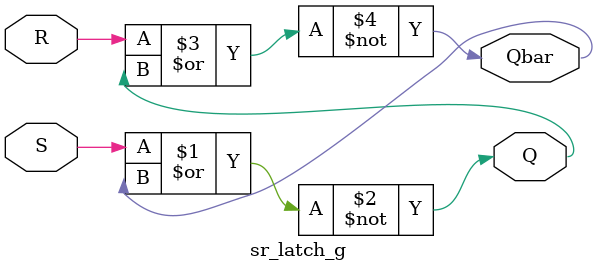
<source format=v>
module sr_latch_g(
    input S, R,
    output Q, Qbar
);
    nor n1(Q, S, Qbar);
    nor n2(Qbar, R, Q);
endmodule
</source>
